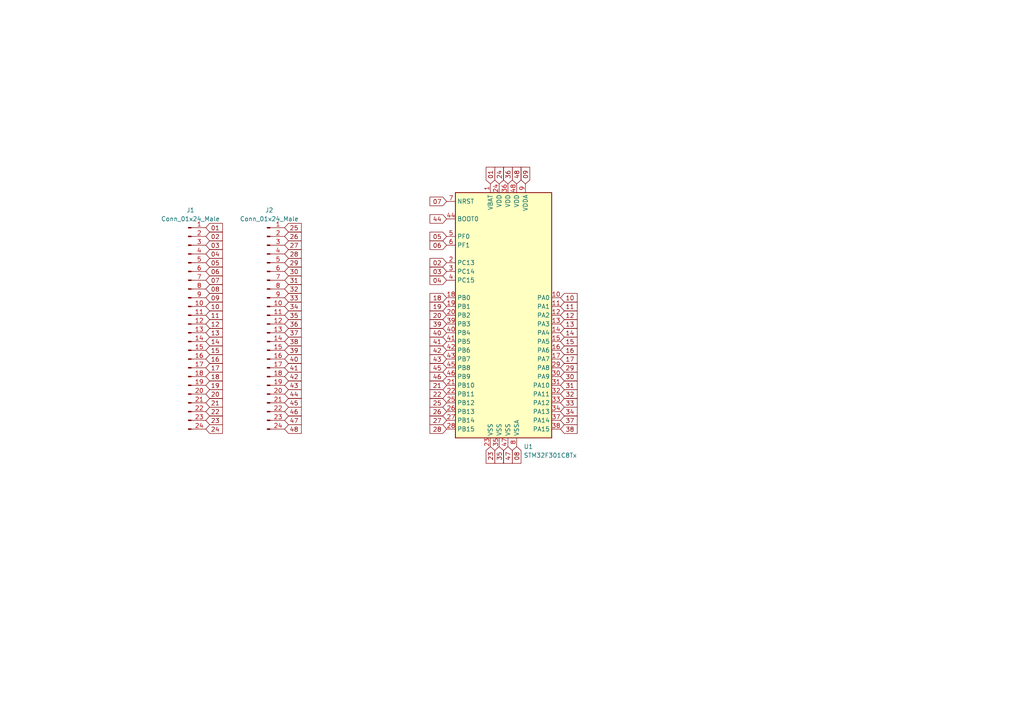
<source format=kicad_sch>
(kicad_sch (version 20211123) (generator eeschema)
  (paper "A4")
  (lib_symbols
    (symbol "Connector:Conn_01x24_Male" (pin_names (offset 1.016) hide)
      (property "Reference" "J" (at 0 30.48 0))
      (property "Value" "Conn_01x24_Male" (at 0 -33.02 0))
      (symbol "Conn_01x24_Male_1_1"
        (polyline (pts (xy 1.27 -30.48) (xy 0.8636 -30.48)) (stroke (width 0.1524)))
        (polyline (pts (xy 1.27 -27.94) (xy 0.8636 -27.94)) (stroke (width 0.1524)))
        (polyline (pts (xy 1.27 -25.4) (xy 0.8636 -25.4)) (stroke (width 0.1524)))
        (polyline (pts (xy 1.27 -22.86) (xy 0.8636 -22.86)) (stroke (width 0.1524)))
        (polyline (pts (xy 1.27 -20.32) (xy 0.8636 -20.32)) (stroke (width 0.1524)))
        (polyline (pts (xy 1.27 -17.78) (xy 0.8636 -17.78)) (stroke (width 0.1524)))
        (polyline (pts (xy 1.27 -15.24) (xy 0.8636 -15.24)) (stroke (width 0.1524)))
        (polyline (pts (xy 1.27 -12.7) (xy 0.8636 -12.7)) (stroke (width 0.1524)))
        (polyline (pts (xy 1.27 -10.16) (xy 0.8636 -10.16)) (stroke (width 0.1524)))
        (polyline (pts (xy 1.27 -7.62) (xy 0.8636 -7.62)) (stroke (width 0.1524)))
        (polyline (pts (xy 1.27 -5.08) (xy 0.8636 -5.08)) (stroke (width 0.1524)))
        (polyline (pts (xy 1.27 -2.54) (xy 0.8636 -2.54)) (stroke (width 0.1524)))
        (polyline (pts (xy 1.27 0) (xy 0.8636 0)) (stroke (width 0.1524)))
        (polyline (pts (xy 1.27 2.54) (xy 0.8636 2.54)) (stroke (width 0.1524)))
        (polyline (pts (xy 1.27 5.08) (xy 0.8636 5.08)) (stroke (width 0.1524)))
        (polyline (pts (xy 1.27 7.62) (xy 0.8636 7.62)) (stroke (width 0.1524)))
        (polyline (pts (xy 1.27 10.16) (xy 0.8636 10.16)) (stroke (width 0.1524)))
        (polyline (pts (xy 1.27 12.7) (xy 0.8636 12.7)) (stroke (width 0.1524)))
        (polyline (pts (xy 1.27 15.24) (xy 0.8636 15.24)) (stroke (width 0.1524)))
        (polyline (pts (xy 1.27 17.78) (xy 0.8636 17.78)) (stroke (width 0.1524)))
        (polyline (pts (xy 1.27 20.32) (xy 0.8636 20.32)) (stroke (width 0.1524)))
        (polyline (pts (xy 1.27 22.86) (xy 0.8636 22.86)) (stroke (width 0.1524)))
        (polyline (pts (xy 1.27 25.4) (xy 0.8636 25.4)) (stroke (width 0.1524)))
        (polyline (pts (xy 1.27 27.94) (xy 0.8636 27.94)) (stroke (width 0.1524)))
        (rectangle (start 0.8636 -30.353) (end 0 -30.607) (stroke (width 0.1524)) (fill (type outline)))
        (rectangle (start 0.8636 -27.813) (end 0 -28.067) (stroke (width 0.1524)) (fill (type outline)))
        (rectangle (start 0.8636 -25.273) (end 0 -25.527) (stroke (width 0.1524)) (fill (type outline)))
        (rectangle (start 0.8636 -22.733) (end 0 -22.987) (stroke (width 0.1524)) (fill (type outline)))
        (rectangle (start 0.8636 -20.193) (end 0 -20.447) (stroke (width 0.1524)) (fill (type outline)))
        (rectangle (start 0.8636 -17.653) (end 0 -17.907) (stroke (width 0.1524)) (fill (type outline)))
        (rectangle (start 0.8636 -15.113) (end 0 -15.367) (stroke (width 0.1524)) (fill (type outline)))
        (rectangle (start 0.8636 -12.573) (end 0 -12.827) (stroke (width 0.1524)) (fill (type outline)))
        (rectangle (start 0.8636 -10.033) (end 0 -10.287) (stroke (width 0.1524)) (fill (type outline)))
        (rectangle (start 0.8636 -7.493) (end 0 -7.747) (stroke (width 0.1524)) (fill (type outline)))
        (rectangle (start 0.8636 -4.953) (end 0 -5.207) (stroke (width 0.1524)) (fill (type outline)))
        (rectangle (start 0.8636 -2.413) (end 0 -2.667) (stroke (width 0.1524)) (fill (type outline)))
        (rectangle (start 0.8636 0.127) (end 0 -0.127) (stroke (width 0.1524)) (fill (type outline)))
        (rectangle (start 0.8636 2.667) (end 0 2.413) (stroke (width 0.1524)) (fill (type outline)))
        (rectangle (start 0.8636 5.207) (end 0 4.953) (stroke (width 0.1524)) (fill (type outline)))
        (rectangle (start 0.8636 7.747) (end 0 7.493) (stroke (width 0.1524)) (fill (type outline)))
        (rectangle (start 0.8636 10.287) (end 0 10.033) (stroke (width 0.1524)) (fill (type outline)))
        (rectangle (start 0.8636 12.827) (end 0 12.573) (stroke (width 0.1524)) (fill (type outline)))
        (rectangle (start 0.8636 15.367) (end 0 15.113) (stroke (width 0.1524)) (fill (type outline)))
        (rectangle (start 0.8636 17.907) (end 0 17.653) (stroke (width 0.1524)) (fill (type outline)))
        (rectangle (start 0.8636 20.447) (end 0 20.193) (stroke (width 0.1524)) (fill (type outline)))
        (rectangle (start 0.8636 22.987) (end 0 22.733) (stroke (width 0.1524)) (fill (type outline)))
        (rectangle (start 0.8636 25.527) (end 0 25.273) (stroke (width 0.1524)) (fill (type outline)))
        (rectangle (start 0.8636 28.067) (end 0 27.813) (stroke (width 0.1524)) (fill (type outline)))
        (pin passive line (at 5.08 27.94 180) (length 3.81) (name "Pin_1") (number "1"))
        (pin passive line (at 5.08 5.08 180) (length 3.81) (name "Pin_10") (number "10"))
        (pin passive line (at 5.08 2.54 180) (length 3.81) (name "Pin_11") (number "11"))
        (pin passive line (at 5.08 0 180) (length 3.81) (name "Pin_12") (number "12"))
        (pin passive line (at 5.08 -2.54 180) (length 3.81) (name "Pin_13") (number "13"))
        (pin passive line (at 5.08 -5.08 180) (length 3.81) (name "Pin_14") (number "14"))
        (pin passive line (at 5.08 -7.62 180) (length 3.81) (name "Pin_15") (number "15"))
        (pin passive line (at 5.08 -10.16 180) (length 3.81) (name "Pin_16") (number "16"))
        (pin passive line (at 5.08 -12.7 180) (length 3.81) (name "Pin_17") (number "17"))
        (pin passive line (at 5.08 -15.24 180) (length 3.81) (name "Pin_18") (number "18"))
        (pin passive line (at 5.08 -17.78 180) (length 3.81) (name "Pin_19") (number "19"))
        (pin passive line (at 5.08 25.4 180) (length 3.81) (name "Pin_2") (number "2"))
        (pin passive line (at 5.08 -20.32 180) (length 3.81) (name "Pin_20") (number "20"))
        (pin passive line (at 5.08 -22.86 180) (length 3.81) (name "Pin_21") (number "21"))
        (pin passive line (at 5.08 -25.4 180) (length 3.81) (name "Pin_22") (number "22"))
        (pin passive line (at 5.08 -27.94 180) (length 3.81) (name "Pin_23") (number "23"))
        (pin passive line (at 5.08 -30.48 180) (length 3.81) (name "Pin_24") (number "24"))
        (pin passive line (at 5.08 22.86 180) (length 3.81) (name "Pin_3") (number "3"))
        (pin passive line (at 5.08 20.32 180) (length 3.81) (name "Pin_4") (number "4"))
        (pin passive line (at 5.08 17.78 180) (length 3.81) (name "Pin_5") (number "5"))
        (pin passive line (at 5.08 15.24 180) (length 3.81) (name "Pin_6") (number "6"))
        (pin passive line (at 5.08 12.7 180) (length 3.81) (name "Pin_7") (number "7"))
        (pin passive line (at 5.08 10.16 180) (length 3.81) (name "Pin_8") (number "8"))
        (pin passive line (at 5.08 7.62 180) (length 3.81) (name "Pin_9") (number "9"))
      )
    )
    (symbol "MCU_ST_STM32F3:STM32F301C8Tx"
      (property "Reference" "U" (at -15.24 36.83 0))
      (property "Value" "STM32F301C8Tx" (at 7.62 36.83 0))
      (symbol "STM32F301C8Tx_0_1"
        (rectangle (start -15.24 -35.56) (end 12.7 35.56) (stroke (width 0.254)) (fill (type background)))
      )
      (symbol "STM32F301C8Tx_1_1"
        (pin power_in line (at -5.08 38.1 270) (length 2.54) (name "VBAT") (number "1"))
        (pin bidirectional line (at 15.24 5.08 180) (length 2.54) (name "PA0") (number "10"))
        (pin bidirectional line (at 15.24 2.54 180) (length 2.54) (name "PA1") (number "11"))
        (pin bidirectional line (at 15.24 0 180) (length 2.54) (name "PA2") (number "12"))
        (pin bidirectional line (at 15.24 -2.54 180) (length 2.54) (name "PA3") (number "13"))
        (pin bidirectional line (at 15.24 -5.08 180) (length 2.54) (name "PA4") (number "14"))
        (pin bidirectional line (at 15.24 -7.62 180) (length 2.54) (name "PA5") (number "15"))
        (pin bidirectional line (at 15.24 -10.16 180) (length 2.54) (name "PA6") (number "16"))
        (pin bidirectional line (at 15.24 -12.7 180) (length 2.54) (name "PA7") (number "17"))
        (pin bidirectional line (at -17.78 5.08 0) (length 2.54) (name "PB0") (number "18"))
        (pin bidirectional line (at -17.78 2.54 0) (length 2.54) (name "PB1") (number "19"))
        (pin bidirectional line (at -17.78 15.24 0) (length 2.54) (name "PC13") (number "2"))
        (pin bidirectional line (at -17.78 0 0) (length 2.54) (name "PB2") (number "20"))
        (pin bidirectional line (at -17.78 -20.32 0) (length 2.54) (name "PB10") (number "21"))
        (pin bidirectional line (at -17.78 -22.86 0) (length 2.54) (name "PB11") (number "22"))
        (pin power_in line (at -5.08 -38.1 90) (length 2.54) (name "VSS") (number "23"))
        (pin power_in line (at -2.54 38.1 270) (length 2.54) (name "VDD") (number "24"))
        (pin bidirectional line (at -17.78 -25.4 0) (length 2.54) (name "PB12") (number "25"))
        (pin bidirectional line (at -17.78 -27.94 0) (length 2.54) (name "PB13") (number "26"))
        (pin bidirectional line (at -17.78 -30.48 0) (length 2.54) (name "PB14") (number "27"))
        (pin bidirectional line (at -17.78 -33.02 0) (length 2.54) (name "PB15") (number "28"))
        (pin bidirectional line (at 15.24 -15.24 180) (length 2.54) (name "PA8") (number "29"))
        (pin bidirectional line (at -17.78 12.7 0) (length 2.54) (name "PC14") (number "3"))
        (pin bidirectional line (at 15.24 -17.78 180) (length 2.54) (name "PA9") (number "30"))
        (pin bidirectional line (at 15.24 -20.32 180) (length 2.54) (name "PA10") (number "31"))
        (pin bidirectional line (at 15.24 -22.86 180) (length 2.54) (name "PA11") (number "32"))
        (pin bidirectional line (at 15.24 -25.4 180) (length 2.54) (name "PA12") (number "33"))
        (pin bidirectional line (at 15.24 -27.94 180) (length 2.54) (name "PA13") (number "34"))
        (pin power_in line (at -2.54 -38.1 90) (length 2.54) (name "VSS") (number "35"))
        (pin power_in line (at 0 38.1 270) (length 2.54) (name "VDD") (number "36"))
        (pin bidirectional line (at 15.24 -30.48 180) (length 2.54) (name "PA14") (number "37"))
        (pin bidirectional line (at 15.24 -33.02 180) (length 2.54) (name "PA15") (number "38"))
        (pin bidirectional line (at -17.78 -2.54 0) (length 2.54) (name "PB3") (number "39"))
        (pin bidirectional line (at -17.78 10.16 0) (length 2.54) (name "PC15") (number "4"))
        (pin bidirectional line (at -17.78 -5.08 0) (length 2.54) (name "PB4") (number "40"))
        (pin bidirectional line (at -17.78 -7.62 0) (length 2.54) (name "PB5") (number "41"))
        (pin bidirectional line (at -17.78 -10.16 0) (length 2.54) (name "PB6") (number "42"))
        (pin bidirectional line (at -17.78 -12.7 0) (length 2.54) (name "PB7") (number "43"))
        (pin input line (at -17.78 27.94 0) (length 2.54) (name "BOOT0") (number "44"))
        (pin bidirectional line (at -17.78 -15.24 0) (length 2.54) (name "PB8") (number "45"))
        (pin bidirectional line (at -17.78 -17.78 0) (length 2.54) (name "PB9") (number "46"))
        (pin power_in line (at 0 -38.1 90) (length 2.54) (name "VSS") (number "47"))
        (pin power_in line (at 2.54 38.1 270) (length 2.54) (name "VDD") (number "48"))
        (pin input line (at -17.78 22.86 0) (length 2.54) (name "PF0") (number "5"))
        (pin input line (at -17.78 20.32 0) (length 2.54) (name "PF1") (number "6"))
        (pin input line (at -17.78 33.02 0) (length 2.54) (name "NRST") (number "7"))
        (pin power_in line (at 2.54 -38.1 90) (length 2.54) (name "VSSA") (number "8"))
        (pin power_in line (at 5.08 38.1 270) (length 2.54) (name "VDDA") (number "9"))
      )
    )
  )
  (global_label "15" (shape input) (at 162.56 99.06 0) (property "Intersheet References" "${INTERSHEET_REFS}" (effects hide)))
  (global_label "36" (shape input) (at 82.55 93.98 0) (property "Intersheet References" "${INTERSHEET_REFS}" (effects hide)))
  (global_label "19" (shape input) (at 59.69 111.76 0) (property "Intersheet References" "${INTERSHEET_REFS}" (effects hide)))
  (global_label "03" (shape input) (at 129.54 78.74 180) (property "Intersheet References" "${INTERSHEET_REFS}" (effects hide)))
  (global_label "21" (shape input) (at 59.69 116.84 0) (property "Intersheet References" "${INTERSHEET_REFS}" (effects hide)))
  (global_label "25" (shape input) (at 82.55 66.04 0) (property "Intersheet References" "${INTERSHEET_REFS}" (effects hide)))
  (global_label "44" (shape input) (at 129.54 63.5 180) (property "Intersheet References" "${INTERSHEET_REFS}" (effects hide)))
  (global_label "37" (shape input) (at 82.55 96.52 0) (property "Intersheet References" "${INTERSHEET_REFS}" (effects hide)))
  (global_label "05" (shape input) (at 59.69 76.2 0) (property "Intersheet References" "${INTERSHEET_REFS}" (effects hide)))
  (global_label "19" (shape input) (at 129.54 88.9 180) (property "Intersheet References" "${INTERSHEET_REFS}" (effects hide)))
  (global_label "01" (shape input) (at 142.24 53.34 90) (property "Intersheet References" "${INTERSHEET_REFS}" (effects hide)))
  (global_label "26" (shape input) (at 82.55 68.58 0) (property "Intersheet References" "${INTERSHEET_REFS}" (effects hide)))
  (global_label "34" (shape input) (at 162.56 119.38 0) (property "Intersheet References" "${INTERSHEET_REFS}" (effects hide)))
  (global_label "17" (shape input) (at 59.69 106.68 0) (property "Intersheet References" "${INTERSHEET_REFS}" (effects hide)))
  (global_label "43" (shape input) (at 129.54 104.14 180) (property "Intersheet References" "${INTERSHEET_REFS}" (effects hide)))
  (global_label "30" (shape input) (at 162.56 109.22 0) (property "Intersheet References" "${INTERSHEET_REFS}" (effects hide)))
  (global_label "06" (shape input) (at 129.54 71.12 180) (property "Intersheet References" "${INTERSHEET_REFS}" (effects hide)))
  (global_label "38" (shape input) (at 82.55 99.06 0) (property "Intersheet References" "${INTERSHEET_REFS}" (effects hide)))
  (global_label "21" (shape input) (at 129.54 111.76 180) (property "Intersheet References" "${INTERSHEET_REFS}" (effects hide)))
  (global_label "05" (shape input) (at 129.54 68.58 180) (property "Intersheet References" "${INTERSHEET_REFS}" (effects hide)))
  (global_label "44" (shape input) (at 82.55 114.3 0) (property "Intersheet References" "${INTERSHEET_REFS}" (effects hide)))
  (global_label "24" (shape input) (at 144.78 53.34 90) (property "Intersheet References" "${INTERSHEET_REFS}" (effects hide)))
  (global_label "30" (shape input) (at 82.55 78.74 0) (property "Intersheet References" "${INTERSHEET_REFS}" (effects hide)))
  (global_label "43" (shape input) (at 82.55 111.76 0) (property "Intersheet References" "${INTERSHEET_REFS}" (effects hide)))
  (global_label "25" (shape input) (at 129.54 116.84 180) (property "Intersheet References" "${INTERSHEET_REFS}" (effects hide)))
  (global_label "31" (shape input) (at 162.56 111.76 0) (property "Intersheet References" "${INTERSHEET_REFS}" (effects hide)))
  (global_label "08" (shape input) (at 59.69 83.82 0) (property "Intersheet References" "${INTERSHEET_REFS}" (effects hide)))
  (global_label "42" (shape input) (at 82.55 109.22 0) (property "Intersheet References" "${INTERSHEET_REFS}" (effects hide)))
  (global_label "11" (shape input) (at 162.56 88.9 0) (property "Intersheet References" "${INTERSHEET_REFS}" (effects hide)))
  (global_label "46" (shape input) (at 82.55 119.38 0) (property "Intersheet References" "${INTERSHEET_REFS}" (effects hide)))
  (global_label "41" (shape input) (at 129.54 99.06 180) (property "Intersheet References" "${INTERSHEET_REFS}" (effects hide)))
  (global_label "02" (shape input) (at 59.69 68.58 0) (property "Intersheet References" "${INTERSHEET_REFS}" (effects hide)))
  (global_label "37" (shape input) (at 162.56 121.92 0) (property "Intersheet References" "${INTERSHEET_REFS}" (effects hide)))
  (global_label "18" (shape input) (at 129.54 86.36 180) (property "Intersheet References" "${INTERSHEET_REFS}" (effects hide)))
  (global_label "48" (shape input) (at 82.55 124.46 0) (property "Intersheet References" "${INTERSHEET_REFS}" (effects hide)))
  (global_label "27" (shape input) (at 129.54 121.92 180) (property "Intersheet References" "${INTERSHEET_REFS}" (effects hide)))
  (global_label "41" (shape input) (at 82.55 106.68 0) (property "Intersheet References" "${INTERSHEET_REFS}" (effects hide)))
  (global_label "48" (shape input) (at 149.86 53.34 90) (property "Intersheet References" "${INTERSHEET_REFS}" (effects hide)))
  (global_label "29" (shape input) (at 82.55 76.2 0) (property "Intersheet References" "${INTERSHEET_REFS}" (effects hide)))
  (global_label "34" (shape input) (at 82.55 88.9 0) (property "Intersheet References" "${INTERSHEET_REFS}" (effects hide)))
  (global_label "28" (shape input) (at 82.55 73.66 0) (property "Intersheet References" "${INTERSHEET_REFS}" (effects hide)))
  (global_label "17" (shape input) (at 162.56 104.14 0) (property "Intersheet References" "${INTERSHEET_REFS}" (effects hide)))
  (global_label "14" (shape input) (at 59.69 99.06 0) (property "Intersheet References" "${INTERSHEET_REFS}" (effects hide)))
  (global_label "23" (shape input) (at 142.24 129.54 270) (property "Intersheet References" "${INTERSHEET_REFS}" (effects hide)))
  (global_label "22" (shape input) (at 129.54 114.3 180) (property "Intersheet References" "${INTERSHEET_REFS}" (effects hide)))
  (global_label "12" (shape input) (at 59.69 93.98 0) (property "Intersheet References" "${INTERSHEET_REFS}" (effects hide)))
  (global_label "11" (shape input) (at 59.69 91.44 0) (property "Intersheet References" "${INTERSHEET_REFS}" (effects hide)))
  (global_label "22" (shape input) (at 59.69 119.38 0) (property "Intersheet References" "${INTERSHEET_REFS}" (effects hide)))
  (global_label "46" (shape input) (at 129.54 109.22 180) (property "Intersheet References" "${INTERSHEET_REFS}" (effects hide)))
  (global_label "32" (shape input) (at 82.55 83.82 0) (property "Intersheet References" "${INTERSHEET_REFS}" (effects hide)))
  (global_label "16" (shape input) (at 162.56 101.6 0) (property "Intersheet References" "${INTERSHEET_REFS}" (effects hide)))
  (global_label "47" (shape input) (at 147.32 129.54 270) (property "Intersheet References" "${INTERSHEET_REFS}" (effects hide)))
  (global_label "26" (shape input) (at 129.54 119.38 180) (property "Intersheet References" "${INTERSHEET_REFS}" (effects hide)))
  (global_label "13" (shape input) (at 162.56 93.98 0) (property "Intersheet References" "${INTERSHEET_REFS}" (effects hide)))
  (global_label "39" (shape input) (at 82.55 101.6 0) (property "Intersheet References" "${INTERSHEET_REFS}" (effects hide)))
  (global_label "08" (shape input) (at 149.86 129.54 270) (property "Intersheet References" "${INTERSHEET_REFS}" (effects hide)))
  (global_label "27" (shape input) (at 82.55 71.12 0) (property "Intersheet References" "${INTERSHEET_REFS}" (effects hide)))
  (global_label "45" (shape input) (at 129.54 106.68 180) (property "Intersheet References" "${INTERSHEET_REFS}" (effects hide)))
  (global_label "10" (shape input) (at 162.56 86.36 0) (property "Intersheet References" "${INTERSHEET_REFS}" (effects hide)))
  (global_label "18" (shape input) (at 59.69 109.22 0) (property "Intersheet References" "${INTERSHEET_REFS}" (effects hide)))
  (global_label "33" (shape input) (at 82.55 86.36 0) (property "Intersheet References" "${INTERSHEET_REFS}" (effects hide)))
  (global_label "09" (shape input) (at 59.69 86.36 0) (property "Intersheet References" "${INTERSHEET_REFS}" (effects hide)))
  (global_label "04" (shape input) (at 59.69 73.66 0) (property "Intersheet References" "${INTERSHEET_REFS}" (effects hide)))
  (global_label "35" (shape input) (at 144.78 129.54 270) (property "Intersheet References" "${INTERSHEET_REFS}" (effects hide)))
  (global_label "31" (shape input) (at 82.55 81.28 0) (property "Intersheet References" "${INTERSHEET_REFS}" (effects hide)))
  (global_label "01" (shape input) (at 59.69 66.04 0) (property "Intersheet References" "${INTERSHEET_REFS}" (effects hide)))
  (global_label "40" (shape input) (at 82.55 104.14 0) (property "Intersheet References" "${INTERSHEET_REFS}" (effects hide)))
  (global_label "07" (shape input) (at 129.54 58.42 180) (property "Intersheet References" "${INTERSHEET_REFS}" (effects hide)))
  (global_label "09" (shape input) (at 152.4 53.34 90) (property "Intersheet References" "${INTERSHEET_REFS}" (effects hide)))
  (global_label "28" (shape input) (at 129.54 124.46 180) (property "Intersheet References" "${INTERSHEET_REFS}" (effects hide)))
  (global_label "39" (shape input) (at 129.54 93.98 180) (property "Intersheet References" "${INTERSHEET_REFS}" (effects hide)))
  (global_label "42" (shape input) (at 129.54 101.6 180) (property "Intersheet References" "${INTERSHEET_REFS}" (effects hide)))
  (global_label "16" (shape input) (at 59.69 104.14 0) (property "Intersheet References" "${INTERSHEET_REFS}" (effects hide)))
  (global_label "06" (shape input) (at 59.69 78.74 0) (property "Intersheet References" "${INTERSHEET_REFS}" (effects hide)))
  (global_label "36" (shape input) (at 147.32 53.34 90) (property "Intersheet References" "${INTERSHEET_REFS}" (effects hide)))
  (global_label "38" (shape input) (at 162.56 124.46 0) (property "Intersheet References" "${INTERSHEET_REFS}" (effects hide)))
  (global_label "03" (shape input) (at 59.69 71.12 0) (property "Intersheet References" "${INTERSHEET_REFS}" (effects hide)))
  (global_label "20" (shape input) (at 59.69 114.3 0) (property "Intersheet References" "${INTERSHEET_REFS}" (effects hide)))
  (global_label "47" (shape input) (at 82.55 121.92 0) (property "Intersheet References" "${INTERSHEET_REFS}" (effects hide)))
  (global_label "15" (shape input) (at 59.69 101.6 0) (property "Intersheet References" "${INTERSHEET_REFS}" (effects hide)))
  (global_label "24" (shape input) (at 59.69 124.46 0) (property "Intersheet References" "${INTERSHEET_REFS}" (effects hide)))
  (global_label "02" (shape input) (at 129.54 76.2 180) (property "Intersheet References" "${INTERSHEET_REFS}" (effects hide)))
  (global_label "14" (shape input) (at 162.56 96.52 0) (property "Intersheet References" "${INTERSHEET_REFS}" (effects hide)))
  (global_label "07" (shape input) (at 59.69 81.28 0) (property "Intersheet References" "${INTERSHEET_REFS}" (effects hide)))
  (global_label "29" (shape input) (at 162.56 106.68 0) (property "Intersheet References" "${INTERSHEET_REFS}" (effects hide)))
  (global_label "04" (shape input) (at 129.54 81.28 180) (property "Intersheet References" "${INTERSHEET_REFS}" (effects hide)))
  (global_label "33" (shape input) (at 162.56 116.84 0) (property "Intersheet References" "${INTERSHEET_REFS}" (effects hide)))
  (global_label "23" (shape input) (at 59.69 121.92 0) (property "Intersheet References" "${INTERSHEET_REFS}" (effects hide)))
  (global_label "35" (shape input) (at 82.55 91.44 0) (property "Intersheet References" "${INTERSHEET_REFS}" (effects hide)))
  (global_label "10" (shape input) (at 59.69 88.9 0) (property "Intersheet References" "${INTERSHEET_REFS}" (effects hide)))
  (global_label "40" (shape input) (at 129.54 96.52 180) (property "Intersheet References" "${INTERSHEET_REFS}" (effects hide)))
  (global_label "12" (shape input) (at 162.56 91.44 0) (property "Intersheet References" "${INTERSHEET_REFS}" (effects hide)))
  (global_label "45" (shape input) (at 82.55 116.84 0) (property "Intersheet References" "${INTERSHEET_REFS}" (effects hide)))
  (global_label "32" (shape input) (at 162.56 114.3 0) (property "Intersheet References" "${INTERSHEET_REFS}" (effects hide)))
  (global_label "13" (shape input) (at 59.69 96.52 0) (property "Intersheet References" "${INTERSHEET_REFS}" (effects hide)))
  (global_label "20" (shape input) (at 129.54 91.44 180) (property "Intersheet References" "${INTERSHEET_REFS}" (effects hide)))
  (symbol (lib_id "Connector:Conn_01x24_Male") (at 77.47 93.98 0) (unit 1)
    (property "Reference" "J2" (at 78.105 60.96 0))
    (property "Value" "Conn_01x24_Male" (at 78.105 63.5 0))
    (property "Footprint" "Connector_PinHeader_2.54mm:PinHeader_1x24_P2.54mm_Vertical" (effects hide))
  )
  (symbol (lib_id "Connector:Conn_01x24_Male") (at 54.61 93.98 0) (unit 1)
    (property "Reference" "J1" (at 55.245 60.96 0))
    (property "Value" "Conn_01x24_Male" (at 55.245 63.5 0))
    (property "Footprint" "Connector_PinHeader_2.54mm:PinHeader_1x24_P2.54mm_Vertical" (effects hide))
  )
  (symbol (lib_id "MCU_ST_STM32F3:STM32F301C8Tx") (at 147.32 91.44 0) (unit 1)
    (property "Reference" "U1" (at 151.8794 129.54 0) (effects (justify left)))
    (property "Value" "STM32F301C8Tx" (at 151.8794 132.08 0) (effects (justify left)))
    (property "Footprint" "Package_QFP:LQFP-48_7x7mm_P0.5mm" (effects hide))
    (property "Datasheet" "http://www.st.com/st-web-ui/static/active/en/resource/technical/document/datasheet/DM00093332.pdf" (effects hide))
  )
)
</source>
